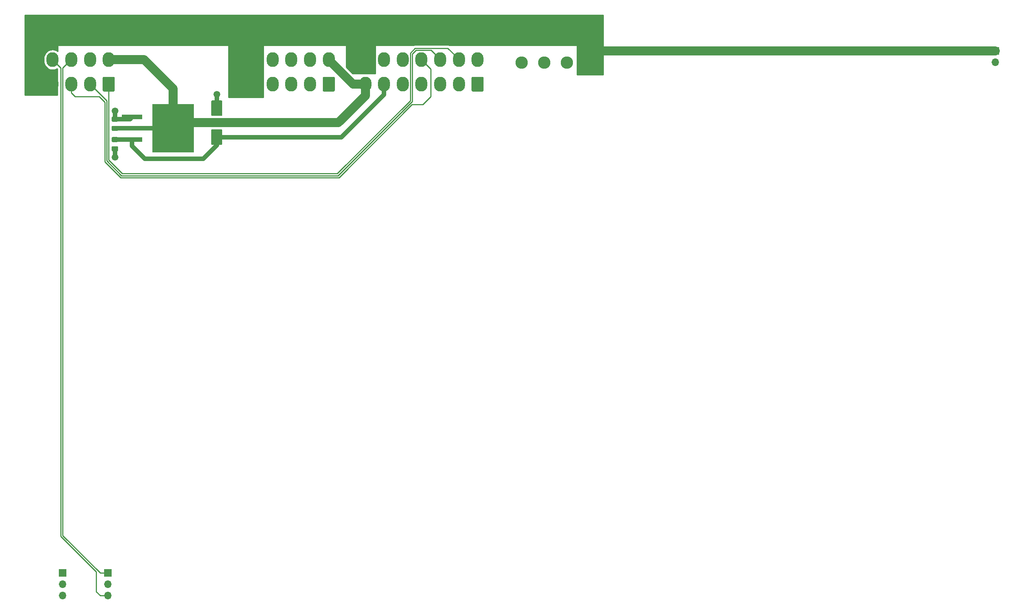
<source format=gbr>
%TF.GenerationSoftware,KiCad,Pcbnew,(5.1.10)-1*%
%TF.CreationDate,2021-06-29T11:34:31+10:00*%
%TF.ProjectId,psu-board,7073752d-626f-4617-9264-2e6b69636164,rev?*%
%TF.SameCoordinates,Original*%
%TF.FileFunction,Copper,L1,Top*%
%TF.FilePolarity,Positive*%
%FSLAX46Y46*%
G04 Gerber Fmt 4.6, Leading zero omitted, Abs format (unit mm)*
G04 Created by KiCad (PCBNEW (5.1.10)-1) date 2021-06-29 11:34:31*
%MOMM*%
%LPD*%
G01*
G04 APERTURE LIST*
%TA.AperFunction,ComponentPad*%
%ADD10O,1.700000X1.700000*%
%TD*%
%TA.AperFunction,ComponentPad*%
%ADD11R,1.700000X1.700000*%
%TD*%
%TA.AperFunction,SMDPad,CuDef*%
%ADD12R,9.400000X10.800000*%
%TD*%
%TA.AperFunction,SMDPad,CuDef*%
%ADD13R,4.600000X1.100000*%
%TD*%
%TA.AperFunction,ComponentPad*%
%ADD14O,2.700000X3.300000*%
%TD*%
%TA.AperFunction,ComponentPad*%
%ADD15C,2.780000*%
%TD*%
%TA.AperFunction,ComponentPad*%
%ADD16R,2.780000X2.780000*%
%TD*%
%TA.AperFunction,ViaPad*%
%ADD17C,1.500000*%
%TD*%
%TA.AperFunction,Conductor*%
%ADD18C,1.000000*%
%TD*%
%TA.AperFunction,Conductor*%
%ADD19C,0.250000*%
%TD*%
%TA.AperFunction,Conductor*%
%ADD20C,2.000000*%
%TD*%
%TA.AperFunction,Conductor*%
%ADD21C,0.254000*%
%TD*%
%TA.AperFunction,Conductor*%
%ADD22C,0.100000*%
%TD*%
G04 APERTURE END LIST*
%TO.P,C3,2*%
%TO.N,/GND*%
%TA.AperFunction,SMDPad,CuDef*%
G36*
G01*
X50022000Y116689000D02*
X48022000Y116689000D01*
G75*
G02*
X47772000Y116939000I0J250000D01*
G01*
X47772000Y119939000D01*
G75*
G02*
X48022000Y120189000I250000J0D01*
G01*
X50022000Y120189000D01*
G75*
G02*
X50272000Y119939000I0J-250000D01*
G01*
X50272000Y116939000D01*
G75*
G02*
X50022000Y116689000I-250000J0D01*
G01*
G37*
%TD.AperFunction*%
%TO.P,C3,1*%
%TO.N,/-5V*%
%TA.AperFunction,SMDPad,CuDef*%
G36*
G01*
X50022000Y110189000D02*
X48022000Y110189000D01*
G75*
G02*
X47772000Y110439000I0J250000D01*
G01*
X47772000Y113439000D01*
G75*
G02*
X48022000Y113689000I250000J0D01*
G01*
X50022000Y113689000D01*
G75*
G02*
X50272000Y113439000I0J-250000D01*
G01*
X50272000Y110439000D01*
G75*
G02*
X50022000Y110189000I-250000J0D01*
G01*
G37*
%TD.AperFunction*%
%TD*%
D10*
%TO.P,SW1,3*%
%TO.N,N/C*%
X14420000Y9017000D03*
%TO.P,SW1,2*%
X14420000Y11557000D03*
D11*
%TO.P,SW1,1*%
X14420000Y14097000D03*
%TD*%
D12*
%TO.P,U1,2*%
%TO.N,/-12V*%
X39189000Y113919000D03*
D13*
%TO.P,U1,3*%
%TO.N,/-5V*%
X30039000Y111379000D03*
%TO.P,U1,2*%
%TO.N,/-12V*%
X30039000Y113919000D03*
%TO.P,U1,1*%
%TO.N,/GND*%
X30039000Y116459000D03*
%TD*%
%TO.P,C2,2*%
%TO.N,/-5V*%
%TA.AperFunction,SMDPad,CuDef*%
G36*
G01*
X26637000Y110813000D02*
X25687000Y110813000D01*
G75*
G02*
X25437000Y111063000I0J250000D01*
G01*
X25437000Y111738000D01*
G75*
G02*
X25687000Y111988000I250000J0D01*
G01*
X26637000Y111988000D01*
G75*
G02*
X26887000Y111738000I0J-250000D01*
G01*
X26887000Y111063000D01*
G75*
G02*
X26637000Y110813000I-250000J0D01*
G01*
G37*
%TD.AperFunction*%
%TO.P,C2,1*%
%TO.N,/GND*%
%TA.AperFunction,SMDPad,CuDef*%
G36*
G01*
X26637000Y108738000D02*
X25687000Y108738000D01*
G75*
G02*
X25437000Y108988000I0J250000D01*
G01*
X25437000Y109663000D01*
G75*
G02*
X25687000Y109913000I250000J0D01*
G01*
X26637000Y109913000D01*
G75*
G02*
X26887000Y109663000I0J-250000D01*
G01*
X26887000Y108988000D01*
G75*
G02*
X26637000Y108738000I-250000J0D01*
G01*
G37*
%TD.AperFunction*%
%TD*%
%TO.P,C1,2*%
%TO.N,/-12V*%
%TA.AperFunction,SMDPad,CuDef*%
G36*
G01*
X25687000Y114485000D02*
X26637000Y114485000D01*
G75*
G02*
X26887000Y114235000I0J-250000D01*
G01*
X26887000Y113560000D01*
G75*
G02*
X26637000Y113310000I-250000J0D01*
G01*
X25687000Y113310000D01*
G75*
G02*
X25437000Y113560000I0J250000D01*
G01*
X25437000Y114235000D01*
G75*
G02*
X25687000Y114485000I250000J0D01*
G01*
G37*
%TD.AperFunction*%
%TO.P,C1,1*%
%TO.N,/GND*%
%TA.AperFunction,SMDPad,CuDef*%
G36*
G01*
X25687000Y116560000D02*
X26637000Y116560000D01*
G75*
G02*
X26887000Y116310000I0J-250000D01*
G01*
X26887000Y115635000D01*
G75*
G02*
X26637000Y115385000I-250000J0D01*
G01*
X25687000Y115385000D01*
G75*
G02*
X25437000Y115635000I0J250000D01*
G01*
X25437000Y116310000D01*
G75*
G02*
X25687000Y116560000I250000J0D01*
G01*
G37*
%TD.AperFunction*%
%TD*%
D14*
%TO.P,J1,10*%
%TO.N,/12V*%
X57368000Y129325000D03*
%TO.P,J1,9*%
%TO.N,/5V*%
X61568000Y129325000D03*
%TO.P,J1,8*%
%TO.N,/GND*%
X65768000Y129325000D03*
%TO.P,J1,7*%
X69968000Y129325000D03*
%TO.P,J1,6*%
%TO.N,/-12V*%
X74168000Y129325000D03*
%TO.P,J1,5*%
%TO.N,/12V*%
X57368000Y123825000D03*
%TO.P,J1,4*%
%TO.N,/5V*%
X61568000Y123825000D03*
%TO.P,J1,3*%
%TO.N,/GND*%
X65768000Y123825000D03*
%TO.P,J1,2*%
X69968000Y123825000D03*
%TO.P,J1,1*%
%TA.AperFunction,ComponentPad*%
G36*
G01*
X75518000Y125224999D02*
X75518000Y122425001D01*
G75*
G02*
X75267999Y122175000I-250001J0D01*
G01*
X73068001Y122175000D01*
G75*
G02*
X72818000Y122425001I0J250001D01*
G01*
X72818000Y125224999D01*
G75*
G02*
X73068001Y125475000I250001J0D01*
G01*
X75267999Y125475000D01*
G75*
G02*
X75518000Y125224999I0J-250001D01*
G01*
G37*
%TD.AperFunction*%
%TD*%
%TO.P,J2,8*%
%TO.N,/ROTARY_B*%
X12165000Y129325000D03*
%TO.P,J2,7*%
%TO.N,/ROTARY_A*%
X16365000Y129325000D03*
%TO.P,J2,6*%
%TO.N,/GND*%
X20565000Y129325000D03*
%TO.P,J2,5*%
%TO.N,/-12V*%
X24765000Y129325000D03*
%TO.P,J2,4*%
%TO.N,/12V*%
X12165000Y123825000D03*
%TO.P,J2,3*%
%TO.N,/VSYNC*%
X16365000Y123825000D03*
%TO.P,J2,2*%
%TO.N,/HSYNC*%
X20565000Y123825000D03*
%TO.P,J2,1*%
%TO.N,/VIDEO*%
%TA.AperFunction,ComponentPad*%
G36*
G01*
X26115000Y125224999D02*
X26115000Y122425001D01*
G75*
G02*
X25864999Y122175000I-250001J0D01*
G01*
X23665001Y122175000D01*
G75*
G02*
X23415000Y122425001I0J250001D01*
G01*
X23415000Y125224999D01*
G75*
G02*
X23665001Y125475000I250001J0D01*
G01*
X25864999Y125475000D01*
G75*
G02*
X26115000Y125224999I0J-250001D01*
G01*
G37*
%TD.AperFunction*%
%TD*%
D11*
%TO.P,SW1,1*%
%TO.N,N/C*%
X24580000Y14097000D03*
D10*
%TO.P,SW1,2*%
X24580000Y11557000D03*
%TO.P,SW1,3*%
X24580000Y9017000D03*
%TD*%
D15*
%TO.P,J4,4*%
%TO.N,/5V*%
X117475000Y128651000D03*
%TO.P,J4,3*%
%TO.N,/GND*%
X122555000Y128651000D03*
%TO.P,J4,2*%
X127635000Y128651000D03*
D16*
%TO.P,J4,1*%
%TO.N,/12V*%
X132715000Y128651000D03*
%TD*%
D10*
%TO.P,J3,2*%
%TO.N,/GND*%
X223774000Y128778000D03*
D11*
%TO.P,J3,1*%
%TO.N,/12V*%
X223774000Y131318000D03*
%TD*%
D14*
%TO.P,J5,14*%
%TO.N,/12V*%
X82369000Y129325000D03*
%TO.P,J5,13*%
%TO.N,/5V*%
X86569000Y129325000D03*
%TO.P,J5,12*%
X90769000Y129325000D03*
%TO.P,J5,11*%
%TO.N,/VSYNC*%
X94969000Y129325000D03*
%TO.P,J5,10*%
%TO.N,/HSYNC*%
X99169000Y129325000D03*
%TO.P,J5,9*%
%TO.N,/VIDEO*%
X103369000Y129325000D03*
%TO.P,J5,8*%
%TO.N,/GND*%
X107569000Y129325000D03*
%TO.P,J5,7*%
%TO.N,/-12V*%
X82369000Y123825000D03*
%TO.P,J5,6*%
%TO.N,/-5V*%
X86569000Y123825000D03*
%TO.P,J5,5*%
%TO.N,/GND*%
X90769000Y123825000D03*
%TO.P,J5,4*%
X94969000Y123825000D03*
%TO.P,J5,3*%
X99169000Y123825000D03*
%TO.P,J5,2*%
X103369000Y123825000D03*
%TO.P,J5,1*%
%TA.AperFunction,ComponentPad*%
G36*
G01*
X108919000Y125224999D02*
X108919000Y122425001D01*
G75*
G02*
X108668999Y122175000I-250001J0D01*
G01*
X106469001Y122175000D01*
G75*
G02*
X106219000Y122425001I0J250001D01*
G01*
X106219000Y125224999D01*
G75*
G02*
X106469001Y125475000I250001J0D01*
G01*
X108668999Y125475000D01*
G75*
G02*
X108919000Y125224999I0J-250001D01*
G01*
G37*
%TD.AperFunction*%
%TD*%
D17*
%TO.N,/GND*%
X26162000Y117856000D03*
X26162000Y107442000D03*
X49022000Y121539000D03*
%TD*%
D18*
%TO.N,/-5V*%
X86569000Y123825000D02*
X86569000Y121494000D01*
X30017500Y111400500D02*
X30039000Y111379000D01*
X26162000Y111400500D02*
X30017500Y111400500D01*
X77014000Y111939000D02*
X49022000Y111939000D01*
X86569000Y121494000D02*
X77014000Y111939000D01*
X49022000Y111939000D02*
X49022000Y110109000D01*
X49022000Y110109000D02*
X45974000Y107061000D01*
X45974000Y107061000D02*
X32893000Y107061000D01*
X30039000Y109915000D02*
X30039000Y111379000D01*
X32893000Y107061000D02*
X30039000Y109915000D01*
%TO.N,/GND*%
X26162000Y117475000D02*
X26162000Y115972500D01*
X29552500Y115972500D02*
X30039000Y116459000D01*
X26162000Y115972500D02*
X29552500Y115972500D01*
X26162000Y107823000D02*
X26162000Y109325500D01*
X26088500Y115899000D02*
X26162000Y115972500D01*
X49022000Y118439000D02*
X49022000Y121539000D01*
D19*
%TO.N,/12V*%
X132715000Y128778000D02*
X132715000Y134366000D01*
X132715000Y134366000D02*
X128778000Y138303000D01*
X128778000Y138303000D02*
X85090000Y138303000D01*
X82369000Y135582000D02*
X82369000Y129325000D01*
X85090000Y138303000D02*
X82369000Y135582000D01*
X82369000Y129325000D02*
X82369000Y135563000D01*
X82369000Y135563000D02*
X79629000Y138303000D01*
X79629000Y138303000D02*
X60198000Y138303000D01*
X57368000Y135473000D02*
X57368000Y129325000D01*
X60198000Y138303000D02*
X57368000Y135473000D01*
X54665000Y138176000D02*
X57368000Y135473000D01*
X57368000Y123825000D02*
X57368000Y129325000D01*
X12165000Y123825000D02*
X10160000Y123825000D01*
X10160000Y123825000D02*
X8255000Y125730000D01*
X8255000Y125730000D02*
X8255000Y136144000D01*
X10287000Y138176000D02*
X54665000Y138176000D01*
X8255000Y136144000D02*
X10287000Y138176000D01*
D20*
X135382000Y131318000D02*
X223774000Y131318000D01*
X132715000Y128651000D02*
X135382000Y131318000D01*
D19*
%TO.N,/VIDEO*%
X103369000Y129325000D02*
X103163000Y129325000D01*
X24765000Y123825000D02*
X24765000Y106807000D01*
X24765000Y106807000D02*
X27813000Y103759000D01*
X76073000Y103759000D02*
X27813000Y103759000D01*
X92444010Y120130010D02*
X76073000Y103759000D01*
X103369000Y129325000D02*
X103369000Y129422000D01*
X100895990Y131895010D02*
X93539599Y131895009D01*
X103369000Y129422000D02*
X100895990Y131895010D01*
X92444010Y130799420D02*
X92444010Y120130010D01*
X93539599Y131895009D02*
X92444010Y130799420D01*
%TO.N,/HSYNC*%
X99169000Y129325000D02*
X98972000Y129325000D01*
X24314990Y120075010D02*
X20565000Y123825000D01*
X27626599Y103308991D02*
X24314990Y106620600D01*
X76259400Y103308990D02*
X27626599Y103308991D01*
X92894019Y119943609D02*
X76259400Y103308990D01*
X92894020Y130613020D02*
X92894019Y119943609D01*
X24314990Y106620600D02*
X24314990Y120075010D01*
X93726000Y131445000D02*
X92894020Y130613020D01*
X97155000Y131445000D02*
X93726000Y131445000D01*
X99169000Y129431000D02*
X97155000Y131445000D01*
X99169000Y129325000D02*
X99169000Y129431000D01*
%TO.N,/VSYNC*%
X16365000Y123825000D02*
X16889590Y123825000D01*
X97028000Y121031000D02*
X97028000Y127266000D01*
X76445801Y102858981D02*
X92839820Y119253000D01*
X27440198Y102858982D02*
X76445801Y102858981D01*
X92839820Y119253000D02*
X95250000Y119253000D01*
X23864981Y106434199D02*
X27440198Y102858982D01*
X23864980Y119772020D02*
X23864981Y106434199D01*
X97028000Y127266000D02*
X94969000Y129325000D01*
X22606000Y121031000D02*
X23864980Y119772020D01*
X17259000Y121031000D02*
X22606000Y121031000D01*
X16365000Y121925000D02*
X17259000Y121031000D01*
X95250000Y119253000D02*
X97028000Y121031000D01*
X16365000Y123825000D02*
X16365000Y121925000D01*
%TO.N,/ROTARY_A*%
X16365000Y129325000D02*
X16365000Y129304000D01*
X22860000Y14097000D02*
X24580000Y14097000D01*
X14420010Y22536990D02*
X22860000Y14097000D01*
X14420010Y127450010D02*
X14420010Y22536990D01*
X16295000Y129325000D02*
X14420010Y127450010D01*
X16365000Y129325000D02*
X16295000Y129325000D01*
%TO.N,/ROTARY_B*%
X22860000Y9017000D02*
X24580000Y9017000D01*
X21971000Y9906000D02*
X22860000Y9017000D01*
X21971000Y14349590D02*
X21971000Y9906000D01*
X13970001Y22350589D02*
X21971000Y14349590D01*
X13970000Y127508000D02*
X13970001Y22350589D01*
X12165000Y129313000D02*
X13970000Y127508000D01*
X12165000Y129325000D02*
X12165000Y129313000D01*
%TO.N,/-12V*%
X26183500Y113919000D02*
X26162000Y113897500D01*
D20*
X74168000Y129325000D02*
X74168000Y129286000D01*
X79629000Y123825000D02*
X82369000Y123825000D01*
X74168000Y129286000D02*
X79629000Y123825000D01*
D18*
X30017500Y113897500D02*
X30039000Y113919000D01*
X26162000Y113897500D02*
X30017500Y113897500D01*
X30039000Y113919000D02*
X39189000Y113919000D01*
D20*
X40459000Y115189000D02*
X39189000Y113919000D01*
X76327000Y115189000D02*
X40459000Y115189000D01*
X82369000Y121231000D02*
X76327000Y115189000D01*
X82369000Y123825000D02*
X82369000Y121231000D01*
X39189000Y113919000D02*
X39189000Y122863000D01*
X32727000Y129325000D02*
X24765000Y129325000D01*
X39189000Y122863000D02*
X32727000Y129325000D01*
%TD*%
D21*
%TO.N,/12V*%
X135763000Y125984000D02*
X129921000Y125984000D01*
X129921000Y139319000D01*
X135763000Y139319000D01*
X135763000Y125984000D01*
%TA.AperFunction,Conductor*%
D22*
G36*
X135763000Y125984000D02*
G01*
X129921000Y125984000D01*
X129921000Y139319000D01*
X135763000Y139319000D01*
X135763000Y125984000D01*
G37*
%TD.AperFunction*%
%TD*%
D21*
%TO.N,/12V*%
X130048000Y132588000D02*
X101211726Y132588000D01*
X101188236Y132600556D01*
X101044975Y132644013D01*
X100933322Y132655010D01*
X100933312Y132655010D01*
X100895990Y132658686D01*
X100858667Y132655010D01*
X93576932Y132655008D01*
X93539599Y132658685D01*
X93390613Y132644011D01*
X93247352Y132600555D01*
X93223864Y132588000D01*
X5969000Y132588000D01*
X5969000Y139319000D01*
X130048000Y139319000D01*
X130048000Y132588000D01*
%TA.AperFunction,Conductor*%
D22*
G36*
X130048000Y132588000D02*
G01*
X101211726Y132588000D01*
X101188236Y132600556D01*
X101044975Y132644013D01*
X100933322Y132655010D01*
X100933312Y132655010D01*
X100895990Y132658686D01*
X100858667Y132655010D01*
X93576932Y132655008D01*
X93539599Y132658685D01*
X93390613Y132644011D01*
X93247352Y132600555D01*
X93223864Y132588000D01*
X5969000Y132588000D01*
X5969000Y139319000D01*
X130048000Y139319000D01*
X130048000Y132588000D01*
G37*
%TD.AperFunction*%
%TD*%
D21*
%TO.N,/12V*%
X84582000Y126238000D02*
X79528239Y126238000D01*
X78105000Y127661239D01*
X78105000Y132588000D01*
X84582000Y132588000D01*
X84582000Y126238000D01*
%TA.AperFunction,Conductor*%
D22*
G36*
X84582000Y126238000D02*
G01*
X79528239Y126238000D01*
X78105000Y127661239D01*
X78105000Y132588000D01*
X84582000Y132588000D01*
X84582000Y126238000D01*
G37*
%TD.AperFunction*%
%TD*%
D21*
%TO.N,/12V*%
X59436000Y120904000D02*
X51689000Y120904000D01*
X51689000Y132715000D01*
X59436000Y132715000D01*
X59436000Y120904000D01*
%TA.AperFunction,Conductor*%
D22*
G36*
X59436000Y120904000D02*
G01*
X51689000Y120904000D01*
X51689000Y132715000D01*
X59436000Y132715000D01*
X59436000Y120904000D01*
G37*
%TD.AperFunction*%
%TD*%
D21*
%TO.N,/12V*%
X13335000Y131232688D02*
X13273143Y131283453D01*
X12928302Y131467774D01*
X12554128Y131581278D01*
X12165000Y131619604D01*
X11775873Y131581278D01*
X11401699Y131467774D01*
X11056858Y131283453D01*
X10754603Y131035398D01*
X10506547Y130733143D01*
X10322226Y130388302D01*
X10208722Y130014128D01*
X10180000Y129722510D01*
X10180000Y128927491D01*
X10208722Y128635873D01*
X10322226Y128261699D01*
X10506547Y127916857D01*
X10754602Y127614602D01*
X11056857Y127366547D01*
X11401698Y127182226D01*
X11775872Y127068722D01*
X12165000Y127030396D01*
X12554127Y127068722D01*
X12928301Y127182226D01*
X13119027Y127284171D01*
X13210000Y127193197D01*
X13210000Y121412000D01*
X5969000Y121412000D01*
X5969000Y132461000D01*
X13335000Y132461000D01*
X13335000Y131232688D01*
%TA.AperFunction,Conductor*%
D22*
G36*
X13335000Y131232688D02*
G01*
X13273143Y131283453D01*
X12928302Y131467774D01*
X12554128Y131581278D01*
X12165000Y131619604D01*
X11775873Y131581278D01*
X11401699Y131467774D01*
X11056858Y131283453D01*
X10754603Y131035398D01*
X10506547Y130733143D01*
X10322226Y130388302D01*
X10208722Y130014128D01*
X10180000Y129722510D01*
X10180000Y128927491D01*
X10208722Y128635873D01*
X10322226Y128261699D01*
X10506547Y127916857D01*
X10754602Y127614602D01*
X11056857Y127366547D01*
X11401698Y127182226D01*
X11775872Y127068722D01*
X12165000Y127030396D01*
X12554127Y127068722D01*
X12928301Y127182226D01*
X13119027Y127284171D01*
X13210000Y127193197D01*
X13210000Y121412000D01*
X5969000Y121412000D01*
X5969000Y132461000D01*
X13335000Y132461000D01*
X13335000Y131232688D01*
G37*
%TD.AperFunction*%
%TD*%
M02*

</source>
